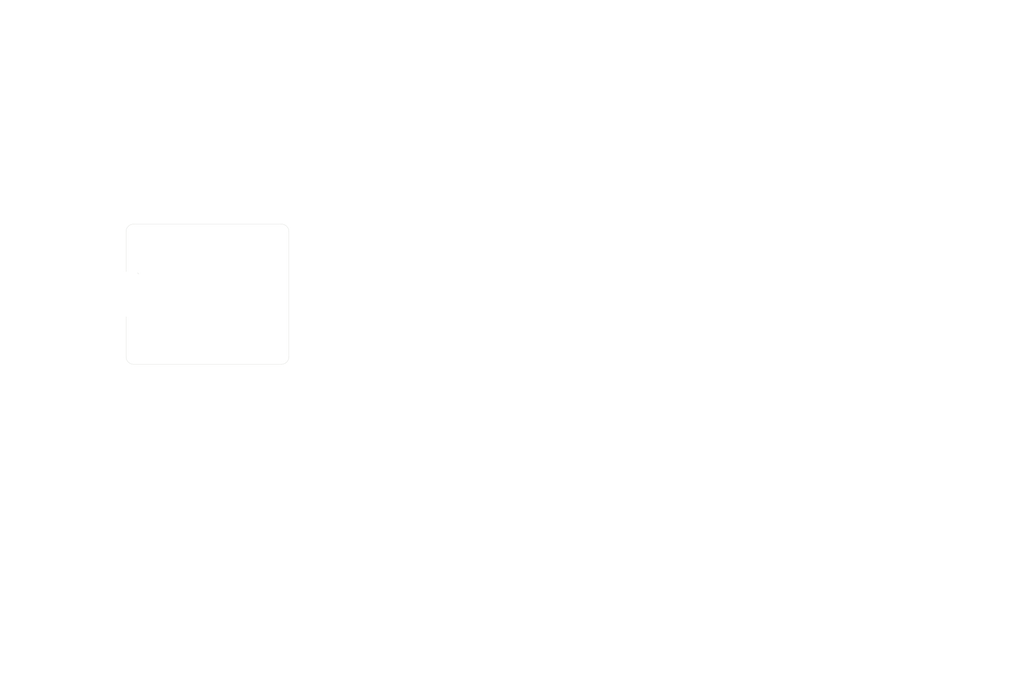
<source format=kicad_pcb>
(kicad_pcb (version 20221018) (generator pcbnew)
  (title_block (date "2023-12-02"))
  (layers (0 "F.Cu" signal) (31 "B.Cu" signal) (34 "B.Paste" user) (35 "F.Paste" user) (36 "B.SilkS" user "B.Silkscreen") (37 "F.SilkS" user "F.Silkscreen") (38 "B.Mask" user) (39 "F.Mask" user) (44 "Edge.Cuts" user))
  (net 0 "")
  (footprint "MountingHole:MountingHole_2.7mm_M2.5" (layer "F.Cu") (at 252.48 116.08)
    (fp_text reference "MH2" hide)
    (fp_text value "MountingHole_2.7mm_M2.5" hide)
    (pad "" np_thru_hole circle locked (at 0 0) (size 2.7 2.7) (drill 2.7) (layers "*.Cu" "*.Mask"))
  )
  (footprint "MountingHole:MountingHole_2.7mm_M2.5" (layer "F.Cu") (at 194.48 165.08)
    (fp_text reference "MH3" hide)
    (fp_text value "MountingHole_2.7mm_M2.5" hide)
    (pad "" np_thru_hole circle locked (at 0 0) (size 2.7 2.7) (drill 2.7) (layers "*.Cu" "*.Mask"))
  )
  (footprint "MountingHole:MountingHole_2.7mm_M2.5" (layer "F.Cu") (at 194.48 116.08)
    (fp_text reference "MH1" hide)
    (fp_text value "MountingHole_2.7mm_M2.5" hide)
    (pad "" np_thru_hole circle locked (at 0 0) (size 2.7 2.7) (drill 2.7) (layers "*.Cu" "*.Mask"))
  )
  (footprint "MountingHole:MountingHole_2.7mm_M2.5" (layer "F.Cu") (at 252.48 165.08)
    (fp_text reference "MH4" hide)
    (fp_text value "MountingHole_2.7mm_M2.5" hide)
    (pad "" np_thru_hole circle locked (at 0 0) (size 2.7 2.7) (drill 2.7) (layers "*.Cu" "*.Mask"))
  )
  (gr_arc (start 252.98 112.58) (mid 255.10132 113.45868) (end 255.98 115.58) (stroke (width 0.1)) (layer "Edge.Cuts"))
  (gr_line (start 255.98 165.58) (end 255.98 115.58) (stroke (width 0.1)) (layer "Edge.Cuts"))
  (gr_line (start 190.98 115.58) (end 190.98 131.58) (stroke (width 0.1)) (layer "Edge.Cuts"))
  (gr_arc (start 193.98 168.58) (mid 191.85868 167.70132) (end 190.98 165.58) (stroke (width 0.1)) (layer "Edge.Cuts"))
  (gr_line (start 193.98 168.58) (end 252.98 168.58) (stroke (width 0.1)) (layer "Edge.Cuts"))
  (gr_arc (start 255.98 165.58) (mid 255.10132 167.70132) (end 252.98 168.58) (stroke (width 0.1)) (layer "Edge.Cuts"))
  (gr_arc (start 190.98 115.58) (mid 191.85868 113.45868) (end 193.98 112.58) (stroke (width 0.1)) (layer "Edge.Cuts"))
  (gr_line (start 190.98 149.58) (end 190.98 165.58) (stroke (width 0.1)) (layer "Edge.Cuts"))
  (gr_arc (start 195.48 132.08) (mid 195.833553 132.226447) (end 195.98 132.58) (stroke (width 0.1)) (layer "Edge.Cuts"))
  (gr_line (start 252.98 112.58) (end 193.98 112.58) (stroke (width 0.1)) (layer "Edge.Cuts"))
)
</source>
